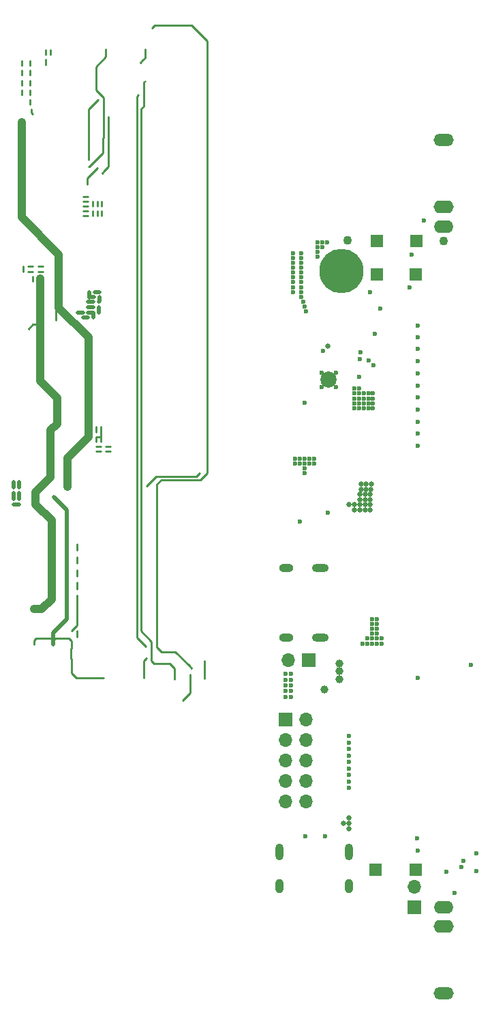
<source format=gbr>
%TF.GenerationSoftware,KiCad,Pcbnew,8.0.3*%
%TF.CreationDate,2024-07-16T16:01:19-03:00*%
%TF.ProjectId,IPS2,49505332-2e6b-4696-9361-645f70636258,rev?*%
%TF.SameCoordinates,Original*%
%TF.FileFunction,Copper,L2,Bot*%
%TF.FilePolarity,Positive*%
%FSLAX46Y46*%
G04 Gerber Fmt 4.6, Leading zero omitted, Abs format (unit mm)*
G04 Created by KiCad (PCBNEW 8.0.3) date 2024-07-16 16:01:19*
%MOMM*%
%LPD*%
G01*
G04 APERTURE LIST*
%TA.AperFunction,ComponentPad*%
%ADD10R,1.700000X1.700000*%
%TD*%
%TA.AperFunction,ComponentPad*%
%ADD11O,1.700000X1.700000*%
%TD*%
%TA.AperFunction,ComponentPad*%
%ADD12C,0.600000*%
%TD*%
%TA.AperFunction,ComponentPad*%
%ADD13C,2.000000*%
%TD*%
%TA.AperFunction,ComponentPad*%
%ADD14O,2.400000X1.600000*%
%TD*%
%TA.AperFunction,ComponentPad*%
%ADD15O,2.500000X1.600000*%
%TD*%
%TA.AperFunction,ComponentPad*%
%ADD16O,2.500000X1.500000*%
%TD*%
%TA.AperFunction,ComponentPad*%
%ADD17O,2.100000X1.000000*%
%TD*%
%TA.AperFunction,ComponentPad*%
%ADD18O,1.800000X1.000000*%
%TD*%
%TA.AperFunction,ComponentPad*%
%ADD19C,0.800000*%
%TD*%
%TA.AperFunction,ComponentPad*%
%ADD20C,5.500000*%
%TD*%
%TA.AperFunction,ComponentPad*%
%ADD21C,1.100000*%
%TD*%
%TA.AperFunction,ComponentPad*%
%ADD22O,1.000000X2.100000*%
%TD*%
%TA.AperFunction,ComponentPad*%
%ADD23O,1.000000X1.800000*%
%TD*%
%TA.AperFunction,SMDPad,CuDef*%
%ADD24R,1.500000X1.500000*%
%TD*%
%TA.AperFunction,ViaPad*%
%ADD25C,0.600000*%
%TD*%
%TA.AperFunction,ViaPad*%
%ADD26C,0.650000*%
%TD*%
%TA.AperFunction,ViaPad*%
%ADD27C,1.000000*%
%TD*%
%TA.AperFunction,Conductor*%
%ADD28C,0.250000*%
%TD*%
%TA.AperFunction,Conductor*%
%ADD29C,0.500000*%
%TD*%
%TA.AperFunction,Conductor*%
%ADD30C,1.000000*%
%TD*%
G04 APERTURE END LIST*
D10*
%TO.P,P1,1*%
%TO.N,Net-(C13-Pad1)*%
X35070000Y-96770000D03*
D11*
%TO.P,P1,2*%
X37610000Y-96770000D03*
%TO.P,P1,3*%
%TO.N,Earth*%
X35070000Y-99310000D03*
%TO.P,P1,4*%
X37610000Y-99310000D03*
%TO.P,P1,5*%
X35070000Y-101850000D03*
%TO.P,P1,6*%
X37610000Y-101850000D03*
%TO.P,P1,7*%
X35070000Y-104390000D03*
%TO.P,P1,8*%
X37610000Y-104390000D03*
%TO.P,P1,9*%
%TO.N,Net-(C12-Pad1)*%
X35070000Y-106930000D03*
%TO.P,P1,10*%
X37610000Y-106930000D03*
%TD*%
D12*
%TO.P,U1,25*%
%TO.N,Earth*%
X41329000Y-55539000D03*
X41329000Y-53761000D03*
D13*
X40440000Y-54650000D03*
D12*
X39551000Y-55539000D03*
X39551000Y-53761000D03*
%TD*%
D14*
%TO.P,SHUT_M1,1*%
%TO.N,Earth*%
X54740000Y-120050000D03*
D15*
%TO.P,SHUT_M1,2*%
%TO.N,Net-(J3-Pad1)*%
X54740000Y-122470000D03*
D16*
%TO.P,SHUT_M1,3*%
%TO.N,Net-(R10-Pad1)*%
X54740000Y-130770000D03*
%TD*%
D14*
%TO.P,SHUT_P1,1*%
%TO.N,Earth*%
X54740000Y-35650000D03*
D15*
%TO.P,SHUT_P1,2*%
%TO.N,Net-(J3-Pad2)*%
X54740000Y-33230000D03*
D16*
%TO.P,SHUT_P1,3*%
%TO.N,Net-(R8-Pad1)*%
X54740000Y-24930000D03*
%TD*%
D10*
%TO.P,J3,1*%
%TO.N,Net-(J3-Pad1)*%
X51040000Y-120040000D03*
D11*
%TO.P,J3,2*%
%TO.N,Net-(J3-Pad2)*%
X51040000Y-117500000D03*
%TD*%
D17*
%TO.P,J1,S1*%
%TO.N,Earth*%
X39360000Y-78010000D03*
D18*
X35160000Y-78010000D03*
D17*
X39360000Y-86650000D03*
D18*
X35160000Y-86650000D03*
%TD*%
D19*
%TO.P,T9,1*%
%TO.N,Net-(T9-Pad1)*%
X39840000Y-41190000D03*
X40490000Y-39640000D03*
X40490000Y-42740000D03*
X42040000Y-38990000D03*
D20*
X42040000Y-41190000D03*
D19*
X42040000Y-43390000D03*
X43590000Y-39640000D03*
X43590000Y-42740000D03*
X44240000Y-41190000D03*
%TD*%
D21*
%TO.P,T7,1*%
%TO.N,Earth*%
X54740000Y-37450000D03*
%TD*%
%TO.P,T8,1*%
%TO.N,Earth*%
X42740000Y-37350000D03*
%TD*%
D22*
%TO.P,J4,S1*%
%TO.N,Earth*%
X34330000Y-113240000D03*
D23*
X34330000Y-117440000D03*
D22*
X42970000Y-113240000D03*
D23*
X42970000Y-117440000D03*
%TD*%
D10*
%TO.P,J2,1*%
%TO.N,V_INPUT*%
X37940000Y-89450000D03*
D11*
%TO.P,J2,2*%
%TO.N,Earth*%
X35400000Y-89450000D03*
%TD*%
D21*
%TO.P,T1,1*%
%TO.N,V_INPUT*%
X51240000Y-115450000D03*
D24*
X51240000Y-115450000D03*
%TD*%
D21*
%TO.P,T2,1*%
%TO.N,V_INPUT*%
X46240000Y-115450000D03*
D24*
X46240000Y-115450000D03*
%TD*%
D21*
%TO.P,T3,1*%
%TO.N,Net-(J5-Pad2)*%
X46440000Y-37450000D03*
D24*
X46440000Y-37450000D03*
%TD*%
D21*
%TO.P,T4,1*%
%TO.N,Net-(J5-Pad2)*%
X51340000Y-37450000D03*
D24*
X51340000Y-37450000D03*
%TD*%
D21*
%TO.P,T5,1*%
%TO.N,Net-(J6-Pad2)*%
X46440000Y-41550000D03*
D24*
X46440000Y-41550000D03*
%TD*%
D21*
%TO.P,T6,1*%
%TO.N,Net-(J6-Pad2)*%
X51240000Y-41550000D03*
D24*
X51240000Y-41550000D03*
%TD*%
D25*
%TO.N,Earth*%
X51540000Y-49350000D03*
X51540000Y-50850000D03*
X51540000Y-52350000D03*
X51540000Y-53850000D03*
X51540000Y-55350000D03*
X51540000Y-56850000D03*
X51540000Y-58350000D03*
X51540000Y-59850000D03*
X51540000Y-61350000D03*
X51540000Y-62850000D03*
D26*
X43640000Y-70800000D03*
D25*
X37040000Y-38950000D03*
X43640000Y-58150000D03*
D26*
X45740000Y-67600000D03*
D25*
X39640000Y-37600000D03*
X45240000Y-87350000D03*
X42940000Y-102850000D03*
X45840000Y-85550000D03*
D26*
X45590000Y-70150000D03*
X45690000Y-68250000D03*
D25*
X45939980Y-58150000D03*
X39040000Y-39400000D03*
D26*
X42990000Y-70150000D03*
D25*
X45240000Y-86750000D03*
X43640000Y-56350000D03*
D26*
X44940004Y-68850000D03*
X44440000Y-67600000D03*
D25*
X46440000Y-87350000D03*
X44840000Y-56350000D03*
X42940000Y-100450000D03*
D26*
X43640000Y-70150000D03*
D25*
X44240000Y-56950000D03*
D26*
X40339994Y-50450000D03*
D25*
X46440008Y-85550000D03*
D26*
X44940000Y-70150000D03*
D25*
X47040000Y-87350000D03*
X44840000Y-56950000D03*
X35040000Y-92550000D03*
X44840000Y-57550000D03*
X58740000Y-113350000D03*
X37040000Y-41350000D03*
X51540000Y-47950000D03*
X35040000Y-91850000D03*
X35740000Y-93950000D03*
X45939980Y-57550000D03*
X39640000Y-38200000D03*
X37040000Y-42550000D03*
X35740000Y-92550000D03*
X37040000Y-40150000D03*
D26*
X44940000Y-69499998D03*
D25*
X42940000Y-104450000D03*
D26*
X45590000Y-70800000D03*
D25*
X42940000Y-102050000D03*
X37450000Y-57510000D03*
X45939980Y-56950000D03*
X39040000Y-38200000D03*
X45440000Y-58150000D03*
D26*
X42940000Y-108950000D03*
X45590000Y-68850000D03*
D25*
X44240000Y-55750000D03*
X43640000Y-56950000D03*
X37040000Y-39550000D03*
X45840000Y-86750000D03*
D26*
X44290000Y-69500000D03*
D25*
X37040000Y-41950000D03*
X37040000Y-40750000D03*
X37240000Y-44950000D03*
X42940000Y-105250000D03*
D26*
X44940000Y-70800000D03*
X42940000Y-110350000D03*
D25*
X35740000Y-91850000D03*
X46440000Y-86750000D03*
X44240000Y-58150000D03*
X40240000Y-37600000D03*
X45840000Y-86150000D03*
D26*
X42240000Y-109650000D03*
D25*
X44840000Y-58150000D03*
X35740000Y-93250000D03*
D26*
X44290000Y-70800000D03*
D25*
X39040000Y-37600000D03*
X35040000Y-91150000D03*
X45840000Y-87350000D03*
X46440000Y-84349994D03*
X37040000Y-43750000D03*
X45840000Y-84350000D03*
X44240000Y-56350000D03*
D26*
X44440000Y-68249996D03*
D25*
X46439997Y-84949997D03*
X45840000Y-84950000D03*
D26*
X45090000Y-67600000D03*
D25*
X46440000Y-86150000D03*
X39740000Y-51050000D03*
X45440000Y-56950000D03*
D26*
X42940000Y-109650000D03*
D25*
X35040000Y-93250000D03*
X42940000Y-98850000D03*
X43640000Y-55750000D03*
X37040000Y-43150000D03*
X58740000Y-115550000D03*
D26*
X44289996Y-70150000D03*
D25*
X45440000Y-56350000D03*
X42940000Y-103650000D03*
D26*
X44290000Y-68850000D03*
D25*
X37640000Y-46150000D03*
D26*
X45590000Y-69500000D03*
D25*
X47040000Y-86750000D03*
D26*
X45040000Y-68250000D03*
D25*
X45939980Y-56350000D03*
X39040000Y-38800000D03*
X44640000Y-87350000D03*
X35740000Y-91150000D03*
X37040000Y-44350000D03*
X42940000Y-99650000D03*
X43640000Y-57550000D03*
X42940000Y-101250000D03*
X44240000Y-57550000D03*
X45440000Y-57550000D03*
X37440000Y-45550000D03*
X35040000Y-93950000D03*
%TO.N,Net-(C3-Pad1)*%
X45420000Y-52250000D03*
X44186274Y-54247181D03*
%TO.N,Net-(Q1-Pad1)*%
X57146137Y-114277001D03*
X52240000Y-34850000D03*
%TO.N,Net-(J5-Pad2)*%
X50740000Y-39150000D03*
X51440000Y-111550000D03*
X44329061Y-52039414D03*
X50490000Y-43200000D03*
X46160002Y-48950000D03*
%TO.N,Net-(J6-Pad2)*%
X44360000Y-51240000D03*
X45540000Y-43750000D03*
X55040000Y-115650000D03*
%TO.N,Net-(C12-Pad1)*%
X36240000Y-65050000D03*
X36240000Y-64450000D03*
X38640000Y-65050000D03*
X38040000Y-64450000D03*
X38640000Y-64450000D03*
X37440000Y-64450000D03*
X36865000Y-72225000D03*
X38040000Y-65050000D03*
X37440000Y-66250000D03*
X36840000Y-64450000D03*
X37440000Y-65050000D03*
X37440000Y-65650000D03*
X36840000Y-65050000D03*
%TO.N,Net-(J3-Pad2)*%
X58140000Y-90050000D03*
X51540000Y-91650000D03*
D27*
%TO.N,Net-(C13-Pad1)*%
X41750000Y-90800002D03*
D25*
X36040000Y-43750000D03*
X36040000Y-38950000D03*
X36040000Y-39550000D03*
X36040000Y-43150000D03*
X36040000Y-41350000D03*
D27*
X41760000Y-89800000D03*
D25*
X36040000Y-40150000D03*
X36040000Y-40750000D03*
X36040000Y-41950000D03*
X36040000Y-42550000D03*
D27*
X41750000Y-91800000D03*
D25*
X40290000Y-71130000D03*
%TO.N,V_INPUT*%
X51540000Y-113050000D03*
X46020000Y-52880000D03*
X39960000Y-111290000D03*
D27*
X39940000Y-93050000D03*
D25*
X56940000Y-115049999D03*
X37510000Y-111300000D03*
X56040000Y-118250000D03*
X46839998Y-45850008D03*
%TD*%
D28*
%TO.N,Earth*%
X5900000Y-13750000D02*
X5900000Y-14350000D01*
D29*
X11850000Y-45650000D02*
X11850000Y-46300000D01*
D28*
X9900000Y-31900000D02*
X10500000Y-31900000D01*
D29*
X10550000Y-45650000D02*
X11199998Y-45650000D01*
D28*
X11100000Y-34300000D02*
X11100000Y-33700000D01*
X10500000Y-32500000D02*
X9900000Y-32500000D01*
X12099997Y-62299997D02*
X12100000Y-62300000D01*
X11700000Y-33700000D02*
X11700000Y-34300000D01*
X11500000Y-62900000D02*
X12100000Y-62900000D01*
D29*
X2000000Y-69400000D02*
X2000000Y-68700000D01*
D28*
X9200000Y-79000000D02*
X9200000Y-78200000D01*
X12199980Y-32500000D02*
X12199980Y-33100000D01*
X5300000Y-14350000D02*
X5300000Y-13750000D01*
X11500000Y-60500000D02*
X11500000Y-61100000D01*
X3500000Y-21500000D02*
X3700000Y-21700000D01*
D29*
X11199998Y-45650000D02*
X11200000Y-45649998D01*
D28*
X3300000Y-17500000D02*
X3300000Y-18100000D01*
X11100000Y-33100000D02*
X11100000Y-32500000D01*
X9200000Y-75800000D02*
X9200000Y-75000000D01*
X12099997Y-61099997D02*
X12099997Y-62299997D01*
X9200000Y-85100000D02*
X9200000Y-81400000D01*
D29*
X9900000Y-46300000D02*
X9250000Y-46300000D01*
D28*
X12100000Y-63500000D02*
X11500000Y-63500000D01*
X9200000Y-85100000D02*
X8500000Y-85800000D01*
X5300000Y-15550000D02*
X5300000Y-14950000D01*
X11700000Y-32500000D02*
X11700000Y-33100000D01*
D29*
X11200000Y-46300000D02*
X11200000Y-46950000D01*
X1300000Y-68700000D02*
X1300000Y-69400000D01*
D28*
X9900000Y-34300000D02*
X10500000Y-34300000D01*
X12100000Y-61110013D02*
X12100000Y-60924258D01*
D29*
X2000000Y-68000000D02*
X2000000Y-67300000D01*
X11300000Y-44400000D02*
X10700004Y-44400000D01*
D28*
X10500000Y-33700000D02*
X9900000Y-33700000D01*
D29*
X1300000Y-70100000D02*
X2000000Y-70100000D01*
D28*
X11500000Y-61700000D02*
X11500000Y-62300000D01*
X9200000Y-77400000D02*
X9200000Y-76600000D01*
X3300000Y-15100000D02*
X3300000Y-15700000D01*
X12700000Y-62900000D02*
X13300000Y-62900000D01*
X3300000Y-19900000D02*
X3300000Y-20500000D01*
D29*
X11950000Y-44400000D02*
X11950000Y-44900000D01*
D28*
X12100000Y-60924258D02*
X12100000Y-60499994D01*
D29*
X10700000Y-44399996D02*
X10700000Y-43750000D01*
D28*
X13300000Y-63500000D02*
X12700000Y-63500000D01*
X11500000Y-61700000D02*
X12100008Y-61700000D01*
D29*
X10800000Y-44400000D02*
X11300000Y-44400000D01*
D28*
X3500000Y-21100000D02*
X3500000Y-21500000D01*
D29*
X11200000Y-46300000D02*
X10549996Y-46300000D01*
D28*
X3300000Y-16300000D02*
X3300000Y-16900000D01*
X9900000Y-33100000D02*
X10500000Y-33100000D01*
D29*
X11950000Y-44900000D02*
X11850000Y-45000000D01*
D28*
X12199980Y-33700000D02*
X12199980Y-34300000D01*
X9200000Y-80600000D02*
X9200000Y-79800000D01*
D29*
X10550000Y-45000000D02*
X11200004Y-45000000D01*
X10700004Y-44400000D02*
X10700000Y-44399996D01*
D28*
X3300000Y-18700000D02*
X3300000Y-19300000D01*
X9200000Y-86500000D02*
X9200000Y-85800000D01*
D29*
X11350000Y-43750000D02*
X12000000Y-43750000D01*
X10700000Y-44500000D02*
X10800000Y-44400000D01*
X10550000Y-46950000D02*
X9900000Y-46950000D01*
D28*
X25000000Y-89500000D02*
X25000000Y-91700000D01*
D29*
X1300000Y-67300000D02*
X1300000Y-68000000D01*
D28*
%TO.N,Net-(C3-Pad1)*%
X10450000Y-29630000D02*
X11380001Y-28699999D01*
X10450000Y-30393455D02*
X10450000Y-29630000D01*
X10446274Y-30397181D02*
X10450000Y-30393455D01*
X11380001Y-28699999D02*
X11680000Y-28400000D01*
%TO.N,Net-(Q1-Pad1)*%
X25300000Y-66200000D02*
X24449989Y-67050011D01*
X18825010Y-10674990D02*
X23374990Y-10674990D01*
X18500000Y-11000000D02*
X18825010Y-10674990D01*
X24449989Y-67050011D02*
X19649989Y-67050011D01*
X19100000Y-87800000D02*
X19700000Y-88400000D01*
X19100000Y-67600000D02*
X19100000Y-87800000D01*
X21379136Y-88400000D02*
X23106138Y-90127002D01*
X19700000Y-88400000D02*
X21379136Y-88400000D01*
X19649989Y-67050011D02*
X19100000Y-67600000D01*
X23374990Y-10674990D02*
X25300000Y-12600000D01*
X25300000Y-12600000D02*
X25300000Y-66200000D01*
X23106138Y-90127002D02*
X23406137Y-90427001D01*
%TO.N,Net-(J5-Pad2)*%
X12420002Y-24675736D02*
X12420002Y-25100000D01*
X17600000Y-13600000D02*
X17600000Y-14700000D01*
X17299999Y-15000001D02*
X17000000Y-15300000D01*
X11500000Y-15800000D02*
X11500000Y-18700000D01*
X12420002Y-26484264D02*
X10714852Y-28189414D01*
X10714852Y-28189414D02*
X10589061Y-28189414D01*
X17600000Y-14700000D02*
X17299999Y-15000001D01*
X11500000Y-18700000D02*
X12430000Y-19630000D01*
X12420002Y-25100000D02*
X12420002Y-26484264D01*
X12700000Y-14600000D02*
X11500000Y-15800000D01*
X12430000Y-19630000D02*
X12430000Y-24665738D01*
X12700000Y-13600000D02*
X12700000Y-14600000D01*
X12430000Y-24665738D02*
X12420002Y-24675736D01*
X16600000Y-86600000D02*
X16600000Y-19500000D01*
X16600000Y-19500000D02*
X16750000Y-19350000D01*
X17700000Y-87700000D02*
X16600000Y-86600000D01*
%TO.N,Net-(J6-Pad2)*%
X18425001Y-87111412D02*
X17100000Y-85786411D01*
X10620000Y-26965736D02*
X10620000Y-27390000D01*
X17500000Y-20700000D02*
X17500000Y-17700000D01*
X10620000Y-21080000D02*
X10620000Y-26965736D01*
X17100000Y-21100000D02*
X17500000Y-20700000D01*
X21300000Y-90400000D02*
X20700000Y-89800000D01*
X17600000Y-17618198D02*
X17624999Y-17593199D01*
X18725000Y-89800000D02*
X18425001Y-89500001D01*
X18425001Y-89500001D02*
X18425001Y-87111412D01*
X20700000Y-89800000D02*
X18725000Y-89800000D01*
X17100000Y-85786411D02*
X17100000Y-21100000D01*
X21300000Y-91800000D02*
X21300000Y-90400000D01*
X11800000Y-19900000D02*
X10620000Y-21080000D01*
D30*
%TO.N,Net-(C12-Pad1)*%
X4600000Y-47800000D02*
X4600000Y-54800000D01*
D28*
X4300000Y-40600000D02*
X4900000Y-40600000D01*
D30*
X6700000Y-56893998D02*
X6700000Y-60106002D01*
X6700000Y-60106002D02*
X5900000Y-60906002D01*
X4000000Y-70100000D02*
X6000000Y-72100000D01*
X5900000Y-66723996D02*
X4000000Y-68623996D01*
D28*
X4600000Y-42100000D02*
X4600000Y-41875002D01*
X3700000Y-41200000D02*
X3100000Y-41200000D01*
X3100000Y-40600000D02*
X3700000Y-40600000D01*
D30*
X3900000Y-83050000D02*
X3870000Y-83080000D01*
D28*
X3700000Y-41800000D02*
X3700000Y-42400000D01*
X3125000Y-48375000D02*
X3700000Y-47800000D01*
D30*
X4600000Y-54800000D02*
X4849999Y-55049999D01*
X4800000Y-83050000D02*
X3900000Y-83050000D01*
X4600000Y-42100000D02*
X4600000Y-47800000D01*
X4000000Y-68623996D02*
X4000000Y-70100000D01*
X6000000Y-72100000D02*
X6000000Y-81850000D01*
X6000000Y-81850000D02*
X4800000Y-83050000D01*
D28*
X4900000Y-41200000D02*
X4300000Y-41200000D01*
X3700000Y-47800000D02*
X4600000Y-47800000D01*
D30*
X4856001Y-55049999D02*
X6700000Y-56893998D01*
X4849999Y-55049999D02*
X4856001Y-55049999D01*
X5900000Y-60906002D02*
X5900000Y-66723996D01*
D28*
X2500000Y-41200000D02*
X2500000Y-40600000D01*
%TO.N,Net-(J3-Pad2)*%
X19000000Y-66600000D02*
X18099999Y-67500001D01*
X24000000Y-66600000D02*
X19000000Y-66600000D01*
X18099999Y-67500001D02*
X17800000Y-67800000D01*
X24400000Y-66200000D02*
X24000000Y-66600000D01*
D30*
%TO.N,Net-(C13-Pad1)*%
X10600000Y-61760000D02*
X8020000Y-64340000D01*
X8010000Y-66950002D02*
X8010000Y-65960000D01*
X8010000Y-67950000D02*
X8010000Y-66950002D01*
D28*
X6550000Y-45820000D02*
X6550000Y-46855736D01*
D30*
X8020000Y-64340000D02*
X8020000Y-65242894D01*
D28*
X6670000Y-45700000D02*
X6550000Y-45820000D01*
D30*
X6900000Y-39100000D02*
X6900000Y-45700000D01*
D28*
X6550000Y-46855736D02*
X6550000Y-47280000D01*
X2300000Y-18700000D02*
X2300000Y-19300000D01*
D30*
X2300000Y-22700000D02*
X2300000Y-34500000D01*
D28*
X2300000Y-15100000D02*
X2300000Y-15700000D01*
D30*
X2300000Y-34500000D02*
X6900000Y-39100000D01*
X8020000Y-65242894D02*
X8020000Y-65950000D01*
X10600000Y-49400000D02*
X10600000Y-61760000D01*
D28*
X2300000Y-17500000D02*
X2300000Y-18100000D01*
D30*
X6900000Y-45700000D02*
X10600000Y-49400000D01*
D28*
X2300000Y-16300000D02*
X2300000Y-16900000D01*
D30*
X8010000Y-65960000D02*
X8020000Y-65950000D01*
D28*
X6900000Y-45700000D02*
X6670000Y-45700000D01*
%TO.N,V_INPUT*%
X13099998Y-22000008D02*
X13099998Y-28210002D01*
D29*
X7900000Y-84300000D02*
X7900000Y-70800002D01*
D28*
X3800000Y-87440000D02*
X3800000Y-86980381D01*
X6200000Y-86980381D02*
X6460381Y-86720000D01*
X9069090Y-91600000D02*
X11500000Y-91600000D01*
D29*
X6200000Y-86000000D02*
X7900000Y-84300000D01*
D28*
X12579999Y-28730001D02*
X12280000Y-29030000D01*
X8444990Y-89231730D02*
X8450001Y-89236741D01*
X4060381Y-86720000D02*
X5939619Y-86720000D01*
X13099998Y-28210002D02*
X12579999Y-28730001D01*
X23200000Y-93500000D02*
X23200000Y-91624263D01*
X9064545Y-91604545D02*
X9069090Y-91600000D01*
D29*
X6200000Y-87440000D02*
X6200000Y-86000000D01*
D28*
X8444990Y-87948270D02*
X8444990Y-89231730D01*
X8450001Y-89236741D02*
X8450001Y-90990001D01*
D29*
X7900000Y-70800002D02*
X6799999Y-69700001D01*
D28*
X8450001Y-87943259D02*
X8444990Y-87948270D01*
X17500000Y-89500000D02*
X17500000Y-91600000D01*
X5939619Y-86720000D02*
X6200000Y-86980381D01*
X8450001Y-87020001D02*
X8450001Y-87943259D01*
X6460381Y-86720000D02*
X8150000Y-86720000D01*
X11500000Y-91600000D02*
X12500000Y-91600000D01*
X23200000Y-91624263D02*
X23200000Y-91199999D01*
X6200000Y-86980381D02*
X6200000Y-87440000D01*
D29*
X6799999Y-69700001D02*
X6300000Y-69200002D01*
D28*
X3800000Y-86980381D02*
X4060381Y-86720000D01*
X22300000Y-94400000D02*
X23200000Y-93500000D01*
X17800000Y-89200000D02*
X17500000Y-89500000D01*
X8150000Y-86720000D02*
X8450001Y-87020001D01*
X8450001Y-90990001D02*
X9064545Y-91604545D01*
%TD*%
M02*

</source>
